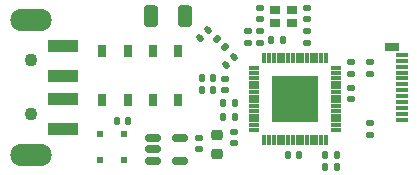
<source format=gbr>
%TF.GenerationSoftware,KiCad,Pcbnew,(6.0.7)*%
%TF.CreationDate,2023-03-08T16:51:48-08:00*%
%TF.ProjectId,ESP_SoC,4553505f-536f-4432-9e6b-696361645f70,rev?*%
%TF.SameCoordinates,Original*%
%TF.FileFunction,Soldermask,Top*%
%TF.FilePolarity,Negative*%
%FSLAX46Y46*%
G04 Gerber Fmt 4.6, Leading zero omitted, Abs format (unit mm)*
G04 Created by KiCad (PCBNEW (6.0.7)) date 2023-03-08 16:51:48*
%MOMM*%
%LPD*%
G01*
G04 APERTURE LIST*
G04 Aperture macros list*
%AMRoundRect*
0 Rectangle with rounded corners*
0 $1 Rounding radius*
0 $2 $3 $4 $5 $6 $7 $8 $9 X,Y pos of 4 corners*
0 Add a 4 corners polygon primitive as box body*
4,1,4,$2,$3,$4,$5,$6,$7,$8,$9,$2,$3,0*
0 Add four circle primitives for the rounded corners*
1,1,$1+$1,$2,$3*
1,1,$1+$1,$4,$5*
1,1,$1+$1,$6,$7*
1,1,$1+$1,$8,$9*
0 Add four rect primitives between the rounded corners*
20,1,$1+$1,$2,$3,$4,$5,0*
20,1,$1+$1,$4,$5,$6,$7,0*
20,1,$1+$1,$6,$7,$8,$9,0*
20,1,$1+$1,$8,$9,$2,$3,0*%
G04 Aperture macros list end*
%ADD10RoundRect,0.135000X-0.135000X-0.185000X0.135000X-0.185000X0.135000X0.185000X-0.135000X0.185000X0*%
%ADD11C,1.100000*%
%ADD12R,2.500000X1.100000*%
%ADD13O,3.500000X1.900000*%
%ADD14RoundRect,0.140000X0.170000X-0.140000X0.170000X0.140000X-0.170000X0.140000X-0.170000X-0.140000X0*%
%ADD15RoundRect,0.147500X-0.172500X0.147500X-0.172500X-0.147500X0.172500X-0.147500X0.172500X0.147500X0*%
%ADD16RoundRect,0.140000X-0.170000X0.140000X-0.170000X-0.140000X0.170000X-0.140000X0.170000X0.140000X0*%
%ADD17RoundRect,0.140000X-0.021213X0.219203X-0.219203X0.021213X0.021213X-0.219203X0.219203X-0.021213X0*%
%ADD18RoundRect,0.147500X-0.226274X-0.017678X-0.017678X-0.226274X0.226274X0.017678X0.017678X0.226274X0*%
%ADD19RoundRect,0.276000X-0.324000X-0.634000X0.324000X-0.634000X0.324000X0.634000X-0.324000X0.634000X0*%
%ADD20RoundRect,0.135000X0.185000X-0.135000X0.185000X0.135000X-0.185000X0.135000X-0.185000X-0.135000X0*%
%ADD21RoundRect,0.225000X-0.250000X0.225000X-0.250000X-0.225000X0.250000X-0.225000X0.250000X0.225000X0*%
%ADD22RoundRect,0.140000X0.140000X0.170000X-0.140000X0.170000X-0.140000X-0.170000X0.140000X-0.170000X0*%
%ADD23R,0.650000X1.050000*%
%ADD24R,0.500000X0.500000*%
%ADD25RoundRect,0.140000X-0.140000X-0.170000X0.140000X-0.170000X0.140000X0.170000X-0.140000X0.170000X0*%
%ADD26R,1.000000X0.380000*%
%ADD27R,1.150000X0.700000*%
%ADD28RoundRect,0.150000X-0.512500X-0.150000X0.512500X-0.150000X0.512500X0.150000X-0.512500X0.150000X0*%
%ADD29RoundRect,0.135000X-0.185000X0.135000X-0.185000X-0.135000X0.185000X-0.135000X0.185000X0.135000X0*%
%ADD30RoundRect,0.006600X-0.398400X-0.103400X0.398400X-0.103400X0.398400X0.103400X-0.398400X0.103400X0*%
%ADD31RoundRect,0.022000X-0.088000X-0.383000X0.088000X-0.383000X0.088000X0.383000X-0.088000X0.383000X0*%
%ADD32R,4.000000X4.000000*%
%ADD33R,0.900000X0.800000*%
G04 APERTURE END LIST*
D10*
%TO.C,R2*%
X117890000Y-101300000D03*
X118910000Y-101300000D03*
%TD*%
D11*
%TO.C,J1*%
X101600000Y-96450000D03*
X101600000Y-101050000D03*
D12*
X104350000Y-102250000D03*
X104350000Y-99750000D03*
X104350000Y-97750000D03*
X104350000Y-95250000D03*
D13*
X101600000Y-104450000D03*
X101600000Y-93050000D03*
%TD*%
D14*
%TO.C,C2*%
X120000000Y-94980000D03*
X120000000Y-94020000D03*
%TD*%
D10*
%TO.C,R4*%
X126490000Y-104500000D03*
X127510000Y-104500000D03*
%TD*%
D15*
%TO.C,L2*%
X118100000Y-98015000D03*
X118100000Y-98985000D03*
%TD*%
D16*
%TO.C,C7*%
X118850000Y-102520000D03*
X118850000Y-103480000D03*
%TD*%
D10*
%TO.C,R3*%
X126490000Y-105500000D03*
X127510000Y-105500000D03*
%TD*%
D14*
%TO.C,C9*%
X125000000Y-94980000D03*
X125000000Y-94020000D03*
%TD*%
D16*
%TO.C,C13*%
X115850000Y-103020000D03*
X115850000Y-103980000D03*
%TD*%
D17*
%TO.C,C3*%
X116589411Y-93910589D03*
X115910589Y-94589411D03*
%TD*%
D16*
%TO.C,C15*%
X125000000Y-92020000D03*
X125000000Y-92980000D03*
%TD*%
D18*
%TO.C,L1*%
X117407053Y-94657053D03*
X118092947Y-95342947D03*
%TD*%
D19*
%TO.C,AE1*%
X114710000Y-92750000D03*
X111790000Y-92750000D03*
%TD*%
D20*
%TO.C,R5*%
X130300000Y-97610000D03*
X130300000Y-96590000D03*
%TD*%
D21*
%TO.C,C8*%
X117350000Y-102825000D03*
X117350000Y-104375000D03*
%TD*%
D22*
%TO.C,C6*%
X117080000Y-99000000D03*
X116120000Y-99000000D03*
%TD*%
D14*
%TO.C,C16*%
X128750000Y-99730000D03*
X128750000Y-98770000D03*
%TD*%
D23*
%TO.C,SW2*%
X107675000Y-99825000D03*
X107675000Y-95675000D03*
X109825000Y-95675000D03*
X109825000Y-99825000D03*
%TD*%
D24*
%TO.C,D2*%
X109500000Y-104900000D03*
X109500000Y-102700000D03*
%TD*%
D20*
%TO.C,R7*%
X128750000Y-97610000D03*
X128750000Y-96590000D03*
%TD*%
D23*
%TO.C,SW1*%
X111925000Y-95675000D03*
X111925000Y-99825000D03*
X114075000Y-95675000D03*
X114075000Y-99825000D03*
%TD*%
D24*
%TO.C,D1*%
X107500000Y-104900000D03*
X107500000Y-102700000D03*
%TD*%
D25*
%TO.C,C10*%
X123395000Y-104500000D03*
X124355000Y-104500000D03*
%TD*%
D22*
%TO.C,C5*%
X117080000Y-98000000D03*
X116120000Y-98000000D03*
%TD*%
D26*
%TO.C,P1*%
X133010000Y-96000000D03*
X133010000Y-96500000D03*
X133010000Y-97000000D03*
X133010000Y-97500000D03*
X133010000Y-98000000D03*
X133010000Y-98500000D03*
X133010000Y-99000000D03*
X133010000Y-99500000D03*
X133010000Y-100000000D03*
X133010000Y-100500000D03*
X133010000Y-101000000D03*
X133010000Y-101500000D03*
D27*
X132170000Y-95330000D03*
%TD*%
D28*
%TO.C,U1*%
X111962500Y-103050000D03*
X111962500Y-104000000D03*
X111962500Y-104950000D03*
X114237500Y-104950000D03*
X114237500Y-103050000D03*
%TD*%
D22*
%TO.C,C11*%
X118880000Y-100100000D03*
X117920000Y-100100000D03*
%TD*%
D14*
%TO.C,C14*%
X121000000Y-92960000D03*
X121000000Y-92000000D03*
%TD*%
%TO.C,C1*%
X121000000Y-94980000D03*
X121000000Y-94020000D03*
%TD*%
D29*
%TO.C,R6*%
X130300000Y-101790000D03*
X130300000Y-102810000D03*
%TD*%
D10*
%TO.C,R1*%
X121990000Y-94750000D03*
X123010000Y-94750000D03*
%TD*%
D17*
%TO.C,C4*%
X118839411Y-96160589D03*
X118160589Y-96839411D03*
%TD*%
D30*
%TO.C,U2*%
X120555000Y-97150000D03*
X120555000Y-97550000D03*
X120555000Y-97950000D03*
X120555000Y-98350000D03*
X120555000Y-98750000D03*
X120555000Y-99150000D03*
X120555000Y-99550000D03*
X120555000Y-99950000D03*
X120555000Y-100350000D03*
X120555000Y-100750000D03*
X120555000Y-101150000D03*
X120555000Y-101550000D03*
X120555000Y-101950000D03*
X120555000Y-102350000D03*
D31*
X121400000Y-103195000D03*
X121800000Y-103195000D03*
X122200000Y-103195000D03*
X122600000Y-103195000D03*
X123000000Y-103195000D03*
X123400000Y-103195000D03*
X123800000Y-103195000D03*
X124200000Y-103195000D03*
X124600000Y-103195000D03*
X125000000Y-103195000D03*
X125400000Y-103195000D03*
X125800000Y-103195000D03*
X126200000Y-103195000D03*
X126600000Y-103195000D03*
D30*
X127445000Y-102350000D03*
X127445000Y-101950000D03*
X127445000Y-101550000D03*
X127445000Y-101150000D03*
X127445000Y-100750000D03*
X127445000Y-100350000D03*
X127445000Y-99950000D03*
X127445000Y-99550000D03*
X127445000Y-99150000D03*
X127445000Y-98750000D03*
X127445000Y-98350000D03*
X127445000Y-97950000D03*
X127445000Y-97550000D03*
X127445000Y-97150000D03*
D31*
X126600000Y-96305000D03*
X126200000Y-96305000D03*
X125800000Y-96305000D03*
X125400000Y-96305000D03*
X125000000Y-96305000D03*
X124600000Y-96305000D03*
X124200000Y-96305000D03*
X123800000Y-96305000D03*
X123400000Y-96305000D03*
X123000000Y-96305000D03*
X122600000Y-96305000D03*
X122200000Y-96305000D03*
X121800000Y-96305000D03*
X121400000Y-96305000D03*
D32*
X124000000Y-99750000D03*
%TD*%
D33*
%TO.C,Y1*%
X122300000Y-93300000D03*
X123700000Y-93300000D03*
X123700000Y-92200000D03*
X122300000Y-92200000D03*
%TD*%
D22*
%TO.C,C12*%
X109880000Y-101600000D03*
X108920000Y-101600000D03*
%TD*%
M02*

</source>
